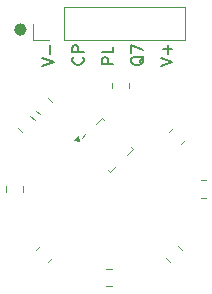
<source format=gbr>
%TF.GenerationSoftware,KiCad,Pcbnew,9.0.3-9.0.3-0~ubuntu22.04.1*%
%TF.CreationDate,2025-07-21T05:59:17-07:00*%
%TF.ProjectId,rotary-switch-shift,726f7461-7279-42d7-9377-697463682d73,rev?*%
%TF.SameCoordinates,Original*%
%TF.FileFunction,Legend,Top*%
%TF.FilePolarity,Positive*%
%FSLAX46Y46*%
G04 Gerber Fmt 4.6, Leading zero omitted, Abs format (unit mm)*
G04 Created by KiCad (PCBNEW 9.0.3-9.0.3-0~ubuntu22.04.1) date 2025-07-21 05:59:17*
%MOMM*%
%LPD*%
G01*
G04 APERTURE LIST*
%ADD10C,0.550000*%
%ADD11C,0.150000*%
%ADD12C,0.120000*%
G04 APERTURE END LIST*
D10*
X132775000Y-61500000D02*
G75*
G02*
X132225000Y-61500000I-275000J0D01*
G01*
X132225000Y-61500000D02*
G75*
G02*
X132775000Y-61500000I275000J0D01*
G01*
D11*
X140374819Y-64413220D02*
X139374819Y-64413220D01*
X139374819Y-64413220D02*
X139374819Y-64032268D01*
X139374819Y-64032268D02*
X139422438Y-63937030D01*
X139422438Y-63937030D02*
X139470057Y-63889411D01*
X139470057Y-63889411D02*
X139565295Y-63841792D01*
X139565295Y-63841792D02*
X139708152Y-63841792D01*
X139708152Y-63841792D02*
X139803390Y-63889411D01*
X139803390Y-63889411D02*
X139851009Y-63937030D01*
X139851009Y-63937030D02*
X139898628Y-64032268D01*
X139898628Y-64032268D02*
X139898628Y-64413220D01*
X140374819Y-62937030D02*
X140374819Y-63413220D01*
X140374819Y-63413220D02*
X139374819Y-63413220D01*
X134374819Y-64556077D02*
X135374819Y-64222744D01*
X135374819Y-64222744D02*
X134374819Y-63889411D01*
X134993866Y-63556077D02*
X134993866Y-62794173D01*
X137779580Y-63841792D02*
X137827200Y-63889411D01*
X137827200Y-63889411D02*
X137874819Y-64032268D01*
X137874819Y-64032268D02*
X137874819Y-64127506D01*
X137874819Y-64127506D02*
X137827200Y-64270363D01*
X137827200Y-64270363D02*
X137731961Y-64365601D01*
X137731961Y-64365601D02*
X137636723Y-64413220D01*
X137636723Y-64413220D02*
X137446247Y-64460839D01*
X137446247Y-64460839D02*
X137303390Y-64460839D01*
X137303390Y-64460839D02*
X137112914Y-64413220D01*
X137112914Y-64413220D02*
X137017676Y-64365601D01*
X137017676Y-64365601D02*
X136922438Y-64270363D01*
X136922438Y-64270363D02*
X136874819Y-64127506D01*
X136874819Y-64127506D02*
X136874819Y-64032268D01*
X136874819Y-64032268D02*
X136922438Y-63889411D01*
X136922438Y-63889411D02*
X136970057Y-63841792D01*
X137874819Y-63413220D02*
X136874819Y-63413220D01*
X136874819Y-63413220D02*
X136874819Y-63032268D01*
X136874819Y-63032268D02*
X136922438Y-62937030D01*
X136922438Y-62937030D02*
X136970057Y-62889411D01*
X136970057Y-62889411D02*
X137065295Y-62841792D01*
X137065295Y-62841792D02*
X137208152Y-62841792D01*
X137208152Y-62841792D02*
X137303390Y-62889411D01*
X137303390Y-62889411D02*
X137351009Y-62937030D01*
X137351009Y-62937030D02*
X137398628Y-63032268D01*
X137398628Y-63032268D02*
X137398628Y-63413220D01*
X142970057Y-63746554D02*
X142922438Y-63841792D01*
X142922438Y-63841792D02*
X142827200Y-63937030D01*
X142827200Y-63937030D02*
X142684342Y-64079887D01*
X142684342Y-64079887D02*
X142636723Y-64175125D01*
X142636723Y-64175125D02*
X142636723Y-64270363D01*
X142874819Y-64222744D02*
X142827200Y-64317982D01*
X142827200Y-64317982D02*
X142731961Y-64413220D01*
X142731961Y-64413220D02*
X142541485Y-64460839D01*
X142541485Y-64460839D02*
X142208152Y-64460839D01*
X142208152Y-64460839D02*
X142017676Y-64413220D01*
X142017676Y-64413220D02*
X141922438Y-64317982D01*
X141922438Y-64317982D02*
X141874819Y-64222744D01*
X141874819Y-64222744D02*
X141874819Y-64032268D01*
X141874819Y-64032268D02*
X141922438Y-63937030D01*
X141922438Y-63937030D02*
X142017676Y-63841792D01*
X142017676Y-63841792D02*
X142208152Y-63794173D01*
X142208152Y-63794173D02*
X142541485Y-63794173D01*
X142541485Y-63794173D02*
X142731961Y-63841792D01*
X142731961Y-63841792D02*
X142827200Y-63937030D01*
X142827200Y-63937030D02*
X142874819Y-64032268D01*
X142874819Y-64032268D02*
X142874819Y-64222744D01*
X141874819Y-63460839D02*
X141874819Y-62794173D01*
X141874819Y-62794173D02*
X142874819Y-63222744D01*
X144374819Y-64556077D02*
X145374819Y-64222744D01*
X145374819Y-64222744D02*
X144374819Y-63889411D01*
X144993866Y-63556077D02*
X144993866Y-62794173D01*
X145374819Y-63175125D02*
X144612914Y-63175125D01*
D12*
%TO.C,R2*%
X147772936Y-74265000D02*
X148227064Y-74265000D01*
X147772936Y-75735000D02*
X148227064Y-75735000D01*
%TO.C,U1*%
X137985769Y-70383794D02*
X137685248Y-70684315D01*
X138883794Y-69485769D02*
X139396447Y-68973116D01*
X139396447Y-68973116D02*
X139555546Y-69132215D01*
X140103553Y-73526884D02*
X139944454Y-73367785D01*
X140616206Y-73014231D02*
X140103553Y-73526884D01*
X141514231Y-72116206D02*
X142026884Y-71603553D01*
X142026884Y-71603553D02*
X141867785Y-71444454D01*
X137473116Y-70896447D02*
X137070065Y-70832807D01*
X137409477Y-70493396D01*
X137473116Y-70896447D01*
G36*
X137473116Y-70896447D02*
G01*
X137070065Y-70832807D01*
X137409477Y-70493396D01*
X137473116Y-70896447D01*
G37*
%TO.C,R5*%
X134140835Y-68680282D02*
X133819718Y-68359165D01*
X135180282Y-67640835D02*
X134859165Y-67319718D01*
%TO.C,R1*%
X144819718Y-80859165D02*
X145140835Y-81180282D01*
X145859165Y-79819718D02*
X146180282Y-80140835D01*
%TO.C,R7*%
X134140835Y-79819718D02*
X133819718Y-80140835D01*
X135180282Y-80859165D02*
X134859165Y-81180282D01*
%TO.C,R6*%
X131265000Y-74772936D02*
X131265000Y-75227064D01*
X132735000Y-74772936D02*
X132735000Y-75227064D01*
%TO.C,R3*%
X145069718Y-70140835D02*
X145390835Y-69819718D01*
X146109165Y-71180282D02*
X146430282Y-70859165D01*
%TO.C,R4*%
X140265000Y-66477064D02*
X140265000Y-66022936D01*
X141735000Y-66477064D02*
X141735000Y-66022936D01*
%TO.C,J1*%
X133540000Y-62380000D02*
X133540000Y-61000000D01*
X134920000Y-62380000D02*
X133540000Y-62380000D01*
X136190000Y-59620000D02*
X146460000Y-59620000D01*
X136190000Y-62380000D02*
X136190000Y-59620000D01*
X136190000Y-62380000D02*
X146460000Y-62380000D01*
X146460000Y-62380000D02*
X146460000Y-59620000D01*
%TO.C,C1*%
X132295543Y-69834990D02*
X132665010Y-70204457D01*
X133334990Y-68795543D02*
X133704457Y-69165010D01*
%TO.C,R8*%
X139772936Y-81765000D02*
X140227064Y-81765000D01*
X139772936Y-83235000D02*
X140227064Y-83235000D01*
%TD*%
%LPC*%
G36*
X139415938Y-81769650D02*
G01*
X139424871Y-81773594D01*
X139431300Y-81774531D01*
X139471498Y-81794182D01*
X139512759Y-81812401D01*
X139516578Y-81816220D01*
X139516829Y-81816343D01*
X139583656Y-81883170D01*
X139583778Y-81883420D01*
X139587599Y-81887241D01*
X139605822Y-81928512D01*
X139625468Y-81968699D01*
X139626404Y-81975126D01*
X139630350Y-81984062D01*
X139638000Y-82050000D01*
X139638000Y-82950000D01*
X139630350Y-83015938D01*
X139626404Y-83024874D01*
X139625468Y-83031300D01*
X139605826Y-83071477D01*
X139587599Y-83112759D01*
X139583777Y-83116580D01*
X139583656Y-83116829D01*
X139516829Y-83183656D01*
X139516580Y-83183777D01*
X139512759Y-83187599D01*
X139471477Y-83205826D01*
X139431300Y-83225468D01*
X139424874Y-83226404D01*
X139415938Y-83230350D01*
X139350000Y-83238000D01*
X138825000Y-83238000D01*
X138759062Y-83230350D01*
X138750126Y-83226404D01*
X138743699Y-83225468D01*
X138703512Y-83205822D01*
X138662241Y-83187599D01*
X138658420Y-83183778D01*
X138658170Y-83183656D01*
X138591343Y-83116829D01*
X138591220Y-83116578D01*
X138587401Y-83112759D01*
X138569182Y-83071498D01*
X138549531Y-83031300D01*
X138548594Y-83024871D01*
X138544650Y-83015938D01*
X138537000Y-82950000D01*
X138537000Y-82050000D01*
X138544650Y-81984062D01*
X138548594Y-81975129D01*
X138549531Y-81968699D01*
X138569186Y-81928491D01*
X138587401Y-81887241D01*
X138591219Y-81883422D01*
X138591343Y-81883170D01*
X138658170Y-81816343D01*
X138658422Y-81816219D01*
X138662241Y-81812401D01*
X138703491Y-81794186D01*
X138743699Y-81774531D01*
X138750129Y-81773594D01*
X138759062Y-81769650D01*
X138825000Y-81762000D01*
X139350000Y-81762000D01*
X139415938Y-81769650D01*
G37*
G36*
X141240938Y-81769650D02*
G01*
X141249871Y-81773594D01*
X141256300Y-81774531D01*
X141296498Y-81794182D01*
X141337759Y-81812401D01*
X141341578Y-81816220D01*
X141341829Y-81816343D01*
X141408656Y-81883170D01*
X141408778Y-81883420D01*
X141412599Y-81887241D01*
X141430822Y-81928512D01*
X141450468Y-81968699D01*
X141451404Y-81975126D01*
X141455350Y-81984062D01*
X141463000Y-82050000D01*
X141463000Y-82950000D01*
X141455350Y-83015938D01*
X141451404Y-83024874D01*
X141450468Y-83031300D01*
X141430826Y-83071477D01*
X141412599Y-83112759D01*
X141408777Y-83116580D01*
X141408656Y-83116829D01*
X141341829Y-83183656D01*
X141341580Y-83183777D01*
X141337759Y-83187599D01*
X141296477Y-83205826D01*
X141256300Y-83225468D01*
X141249874Y-83226404D01*
X141240938Y-83230350D01*
X141175000Y-83238000D01*
X140650000Y-83238000D01*
X140584062Y-83230350D01*
X140575126Y-83226404D01*
X140568699Y-83225468D01*
X140528512Y-83205822D01*
X140487241Y-83187599D01*
X140483420Y-83183778D01*
X140483170Y-83183656D01*
X140416343Y-83116829D01*
X140416220Y-83116578D01*
X140412401Y-83112759D01*
X140394182Y-83071498D01*
X140374531Y-83031300D01*
X140373594Y-83024871D01*
X140369650Y-83015938D01*
X140362000Y-82950000D01*
X140362000Y-82050000D01*
X140369650Y-81984062D01*
X140373594Y-81975129D01*
X140374531Y-81968699D01*
X140394186Y-81928491D01*
X140412401Y-81887241D01*
X140416219Y-81883422D01*
X140416343Y-81883170D01*
X140483170Y-81816343D01*
X140483422Y-81816219D01*
X140487241Y-81812401D01*
X140528491Y-81794186D01*
X140568699Y-81774531D01*
X140575129Y-81773594D01*
X140584062Y-81769650D01*
X140650000Y-81762000D01*
X141175000Y-81762000D01*
X141240938Y-81769650D01*
G37*
G36*
X137181792Y-81589120D02*
G01*
X137333563Y-81651986D01*
X137470155Y-81743253D01*
X137586316Y-81859414D01*
X137677583Y-81996006D01*
X137740449Y-82147777D01*
X137772498Y-82308898D01*
X137772498Y-82473174D01*
X137740449Y-82634295D01*
X137677583Y-82786066D01*
X137586316Y-82922658D01*
X137470155Y-83038819D01*
X137333563Y-83130086D01*
X137181792Y-83192952D01*
X137020671Y-83225001D01*
X136856395Y-83225001D01*
X136695274Y-83192952D01*
X136543503Y-83130086D01*
X136406911Y-83038819D01*
X136290750Y-82922658D01*
X136199483Y-82786066D01*
X136136617Y-82634295D01*
X136104568Y-82473174D01*
X136104568Y-82308898D01*
X136136617Y-82147777D01*
X136199483Y-81996006D01*
X136290750Y-81859414D01*
X136406911Y-81743253D01*
X136543503Y-81651986D01*
X136695274Y-81589120D01*
X136856395Y-81557071D01*
X137020671Y-81557071D01*
X137181792Y-81589120D01*
G37*
G36*
X143304726Y-81589120D02*
G01*
X143456497Y-81651986D01*
X143593089Y-81743253D01*
X143709250Y-81859414D01*
X143800517Y-81996006D01*
X143863383Y-82147777D01*
X143895432Y-82308898D01*
X143895432Y-82473174D01*
X143863383Y-82634295D01*
X143800517Y-82786066D01*
X143709250Y-82922658D01*
X143593089Y-83038819D01*
X143456497Y-83130086D01*
X143304726Y-83192952D01*
X143143605Y-83225001D01*
X142979329Y-83225001D01*
X142818208Y-83192952D01*
X142666437Y-83130086D01*
X142529845Y-83038819D01*
X142413684Y-82922658D01*
X142322417Y-82786066D01*
X142259551Y-82634295D01*
X142227502Y-82473174D01*
X142227502Y-82308898D01*
X142259551Y-82147777D01*
X142322417Y-81996006D01*
X142413684Y-81859414D01*
X142529845Y-81743253D01*
X142666437Y-81651986D01*
X142818208Y-81589120D01*
X142979329Y-81557071D01*
X143143605Y-81557071D01*
X143304726Y-81589120D01*
G37*
G36*
X133769703Y-80358326D02*
G01*
X133775102Y-80358326D01*
X133817132Y-80374608D01*
X133859477Y-80389145D01*
X133864688Y-80393031D01*
X133873795Y-80396559D01*
X133925829Y-80437775D01*
X134091495Y-80603441D01*
X134558894Y-81070839D01*
X134558896Y-81070842D01*
X134562225Y-81074171D01*
X134603441Y-81126205D01*
X134606968Y-81135310D01*
X134610853Y-81140520D01*
X134625388Y-81182859D01*
X134641674Y-81224898D01*
X134641674Y-81230295D01*
X134641765Y-81230561D01*
X134641765Y-81325073D01*
X134641674Y-81325338D01*
X134641674Y-81330737D01*
X134625385Y-81372782D01*
X134610853Y-81415114D01*
X134606969Y-81420322D01*
X134603441Y-81429430D01*
X134562225Y-81481464D01*
X134454569Y-81589120D01*
X134194327Y-81849363D01*
X134194323Y-81849365D01*
X134190994Y-81852695D01*
X134138960Y-81893911D01*
X134129852Y-81897439D01*
X134124644Y-81901323D01*
X134082312Y-81915855D01*
X134040267Y-81932144D01*
X134034868Y-81932144D01*
X134034603Y-81932235D01*
X133940092Y-81932235D01*
X133939827Y-81932144D01*
X133934428Y-81932144D01*
X133892389Y-81915858D01*
X133850052Y-81901324D01*
X133844842Y-81897439D01*
X133835735Y-81893911D01*
X133783701Y-81852695D01*
X133346120Y-81415114D01*
X133150635Y-81219630D01*
X133150632Y-81219626D01*
X133147305Y-81216299D01*
X133106089Y-81164265D01*
X133102561Y-81155160D01*
X133098676Y-81149949D01*
X133084139Y-81107605D01*
X133067856Y-81065572D01*
X133067856Y-81060173D01*
X133067765Y-81059908D01*
X133067765Y-80965396D01*
X133067856Y-80965130D01*
X133067856Y-80959733D01*
X133084136Y-80917706D01*
X133098676Y-80875355D01*
X133102562Y-80870142D01*
X133106089Y-80861040D01*
X133147305Y-80809006D01*
X133150634Y-80805676D01*
X133150637Y-80805673D01*
X133515202Y-80441106D01*
X133515213Y-80441097D01*
X133518536Y-80437775D01*
X133570570Y-80396559D01*
X133579672Y-80393032D01*
X133584885Y-80389146D01*
X133627233Y-80374608D01*
X133669263Y-80358326D01*
X133674662Y-80358326D01*
X133674927Y-80358235D01*
X133769438Y-80358235D01*
X133769703Y-80358326D01*
G37*
G36*
X146325338Y-80358326D02*
G01*
X146330737Y-80358326D01*
X146372770Y-80374609D01*
X146415114Y-80389146D01*
X146420325Y-80393031D01*
X146429430Y-80396559D01*
X146481464Y-80437775D01*
X146484795Y-80441106D01*
X146484796Y-80441107D01*
X146849363Y-80805672D01*
X146849368Y-80805679D01*
X146852695Y-80809006D01*
X146893911Y-80861040D01*
X146897438Y-80870145D01*
X146901323Y-80875355D01*
X146915858Y-80917694D01*
X146932144Y-80959733D01*
X146932144Y-80965130D01*
X146932235Y-80965396D01*
X146932235Y-81059908D01*
X146932144Y-81060173D01*
X146932144Y-81065572D01*
X146915857Y-81107614D01*
X146901324Y-81149947D01*
X146897439Y-81155155D01*
X146893911Y-81164265D01*
X146852695Y-81216299D01*
X146216299Y-81852695D01*
X146164265Y-81893911D01*
X146155157Y-81897439D01*
X146149949Y-81901323D01*
X146107617Y-81915855D01*
X146065572Y-81932144D01*
X146060173Y-81932144D01*
X146059908Y-81932235D01*
X145965397Y-81932235D01*
X145965132Y-81932144D01*
X145959733Y-81932144D01*
X145917691Y-81915857D01*
X145875355Y-81901323D01*
X145870145Y-81897438D01*
X145861040Y-81893911D01*
X145809006Y-81852695D01*
X145718311Y-81762000D01*
X145441106Y-81484797D01*
X145441100Y-81484789D01*
X145437775Y-81481464D01*
X145396559Y-81429430D01*
X145393031Y-81420325D01*
X145389146Y-81415114D01*
X145374609Y-81372770D01*
X145358326Y-81330737D01*
X145358326Y-81325338D01*
X145358235Y-81325073D01*
X145358235Y-81230561D01*
X145358326Y-81230295D01*
X145358326Y-81224898D01*
X145374605Y-81182875D01*
X145389145Y-81140522D01*
X145393031Y-81135309D01*
X145396559Y-81126205D01*
X145437775Y-81074171D01*
X145552213Y-80959733D01*
X146070839Y-80441105D01*
X146070846Y-80441099D01*
X146074171Y-80437775D01*
X146126205Y-80396559D01*
X146135307Y-80393032D01*
X146140520Y-80389146D01*
X146182868Y-80374608D01*
X146224898Y-80358326D01*
X146230297Y-80358326D01*
X146230562Y-80358235D01*
X146325073Y-80358235D01*
X146325338Y-80358326D01*
G37*
G36*
X135060173Y-79067856D02*
G01*
X135065572Y-79067856D01*
X135107602Y-79084138D01*
X135149947Y-79098675D01*
X135155158Y-79102561D01*
X135164265Y-79106089D01*
X135216299Y-79147305D01*
X135534498Y-79465504D01*
X135849364Y-79780369D01*
X135849366Y-79780372D01*
X135852695Y-79783701D01*
X135893911Y-79835735D01*
X135897438Y-79844840D01*
X135901323Y-79850050D01*
X135915858Y-79892389D01*
X135932144Y-79934428D01*
X135932144Y-79939825D01*
X135932235Y-79940091D01*
X135932235Y-80034603D01*
X135932144Y-80034868D01*
X135932144Y-80040267D01*
X135915855Y-80082312D01*
X135901323Y-80124644D01*
X135897439Y-80129852D01*
X135893911Y-80138960D01*
X135852695Y-80190994D01*
X135685454Y-80358235D01*
X135484797Y-80558893D01*
X135484793Y-80558895D01*
X135481464Y-80562225D01*
X135429430Y-80603441D01*
X135420322Y-80606969D01*
X135415114Y-80610853D01*
X135372782Y-80625385D01*
X135330737Y-80641674D01*
X135325338Y-80641674D01*
X135325073Y-80641765D01*
X135230562Y-80641765D01*
X135230297Y-80641674D01*
X135224898Y-80641674D01*
X135182859Y-80625388D01*
X135140522Y-80610854D01*
X135135312Y-80606969D01*
X135126205Y-80603441D01*
X135074171Y-80562225D01*
X134636590Y-80124644D01*
X134441105Y-79929160D01*
X134441102Y-79929156D01*
X134437775Y-79925829D01*
X134396559Y-79873795D01*
X134393031Y-79864690D01*
X134389146Y-79859479D01*
X134374609Y-79817135D01*
X134358326Y-79775102D01*
X134358326Y-79769703D01*
X134358235Y-79769438D01*
X134358235Y-79674926D01*
X134358326Y-79674660D01*
X134358326Y-79669263D01*
X134374606Y-79627236D01*
X134389146Y-79584885D01*
X134393032Y-79579672D01*
X134396559Y-79570570D01*
X134437775Y-79518536D01*
X134441104Y-79515206D01*
X134441107Y-79515203D01*
X134805672Y-79150636D01*
X134805683Y-79150627D01*
X134809006Y-79147305D01*
X134861040Y-79106089D01*
X134870142Y-79102562D01*
X134875355Y-79098676D01*
X134917703Y-79084138D01*
X134959733Y-79067856D01*
X134965132Y-79067856D01*
X134965397Y-79067765D01*
X135059908Y-79067765D01*
X135060173Y-79067856D01*
G37*
G36*
X145034868Y-79067856D02*
G01*
X145040267Y-79067856D01*
X145082300Y-79084139D01*
X145124644Y-79098676D01*
X145129855Y-79102561D01*
X145138960Y-79106089D01*
X145190994Y-79147305D01*
X145194325Y-79150636D01*
X145194326Y-79150637D01*
X145558893Y-79515202D01*
X145558898Y-79515209D01*
X145562225Y-79518536D01*
X145603441Y-79570570D01*
X145606968Y-79579675D01*
X145610853Y-79584885D01*
X145625388Y-79627224D01*
X145641674Y-79669263D01*
X145641674Y-79674660D01*
X145641765Y-79674926D01*
X145641765Y-79769438D01*
X145641674Y-79769703D01*
X145641674Y-79775102D01*
X145625387Y-79817144D01*
X145610854Y-79859477D01*
X145606969Y-79864685D01*
X145603441Y-79873795D01*
X145562225Y-79925829D01*
X144925829Y-80562225D01*
X144873795Y-80603441D01*
X144864687Y-80606969D01*
X144859479Y-80610853D01*
X144817147Y-80625385D01*
X144775102Y-80641674D01*
X144769703Y-80641674D01*
X144769438Y-80641765D01*
X144674927Y-80641765D01*
X144674662Y-80641674D01*
X144669263Y-80641674D01*
X144627221Y-80625387D01*
X144584885Y-80610853D01*
X144579675Y-80606968D01*
X144570570Y-80603441D01*
X144518536Y-80562225D01*
X144515200Y-80558889D01*
X144150636Y-80194327D01*
X144150630Y-80194319D01*
X144147305Y-80190994D01*
X144106089Y-80138960D01*
X144102561Y-80129855D01*
X144098676Y-80124644D01*
X144084139Y-80082300D01*
X144067856Y-80040267D01*
X144067856Y-80034868D01*
X144067765Y-80034603D01*
X144067765Y-79940091D01*
X144067856Y-79939825D01*
X144067856Y-79934428D01*
X144084135Y-79892405D01*
X144098675Y-79850052D01*
X144102561Y-79844839D01*
X144106089Y-79835735D01*
X144147305Y-79783701D01*
X144261743Y-79669263D01*
X144780369Y-79150635D01*
X144780376Y-79150629D01*
X144783701Y-79147305D01*
X144835735Y-79106089D01*
X144844837Y-79102562D01*
X144850050Y-79098676D01*
X144892398Y-79084138D01*
X144934428Y-79067856D01*
X144939827Y-79067856D01*
X144940092Y-79067765D01*
X145034603Y-79067765D01*
X145034868Y-79067856D01*
G37*
G36*
X132852223Y-77259551D02*
G01*
X133003994Y-77322417D01*
X133140586Y-77413684D01*
X133256747Y-77529845D01*
X133348014Y-77666437D01*
X133410880Y-77818208D01*
X133442929Y-77979329D01*
X133442929Y-78143605D01*
X133410880Y-78304726D01*
X133348014Y-78456497D01*
X133256747Y-78593089D01*
X133140586Y-78709250D01*
X133003994Y-78800517D01*
X132852223Y-78863383D01*
X132691102Y-78895432D01*
X132526826Y-78895432D01*
X132365705Y-78863383D01*
X132213934Y-78800517D01*
X132077342Y-78709250D01*
X131961181Y-78593089D01*
X131869914Y-78456497D01*
X131807048Y-78304726D01*
X131774999Y-78143605D01*
X131774999Y-77979329D01*
X131807048Y-77818208D01*
X131869914Y-77666437D01*
X131961181Y-77529845D01*
X132077342Y-77413684D01*
X132213934Y-77322417D01*
X132365705Y-77259551D01*
X132526826Y-77227502D01*
X132691102Y-77227502D01*
X132852223Y-77259551D01*
G37*
G36*
X147634295Y-77259551D02*
G01*
X147786066Y-77322417D01*
X147922658Y-77413684D01*
X148038819Y-77529845D01*
X148130086Y-77666437D01*
X148192952Y-77818208D01*
X148225001Y-77979329D01*
X148225001Y-78143605D01*
X148192952Y-78304726D01*
X148130086Y-78456497D01*
X148038819Y-78593089D01*
X147922658Y-78709250D01*
X147786066Y-78800517D01*
X147634295Y-78863383D01*
X147473174Y-78895432D01*
X147308898Y-78895432D01*
X147147777Y-78863383D01*
X146996006Y-78800517D01*
X146859414Y-78709250D01*
X146743253Y-78593089D01*
X146651986Y-78456497D01*
X146589120Y-78304726D01*
X146557071Y-78143605D01*
X146557071Y-77979329D01*
X146589120Y-77818208D01*
X146651986Y-77666437D01*
X146743253Y-77529845D01*
X146859414Y-77413684D01*
X146996006Y-77322417D01*
X147147777Y-77259551D01*
X147308898Y-77227502D01*
X147473174Y-77227502D01*
X147634295Y-77259551D01*
G37*
G36*
X132515938Y-75369650D02*
G01*
X132524871Y-75373594D01*
X132531300Y-75374531D01*
X132571498Y-75394182D01*
X132612759Y-75412401D01*
X132616578Y-75416220D01*
X132616829Y-75416343D01*
X132683656Y-75483170D01*
X132683778Y-75483420D01*
X132687599Y-75487241D01*
X132705822Y-75528512D01*
X132725468Y-75568699D01*
X132726404Y-75575126D01*
X132730350Y-75584062D01*
X132738000Y-75650000D01*
X132738000Y-76175000D01*
X132730350Y-76240938D01*
X132726404Y-76249874D01*
X132725468Y-76256300D01*
X132705826Y-76296477D01*
X132687599Y-76337759D01*
X132683777Y-76341580D01*
X132683656Y-76341829D01*
X132616829Y-76408656D01*
X132616580Y-76408777D01*
X132612759Y-76412599D01*
X132571477Y-76430826D01*
X132531300Y-76450468D01*
X132524874Y-76451404D01*
X132515938Y-76455350D01*
X132450000Y-76463000D01*
X131550000Y-76463000D01*
X131484062Y-76455350D01*
X131475126Y-76451404D01*
X131468699Y-76450468D01*
X131428512Y-76430822D01*
X131387241Y-76412599D01*
X131383420Y-76408778D01*
X131383170Y-76408656D01*
X131316343Y-76341829D01*
X131316220Y-76341578D01*
X131312401Y-76337759D01*
X131294182Y-76296498D01*
X131274531Y-76256300D01*
X131273594Y-76249871D01*
X131269650Y-76240938D01*
X131262000Y-76175000D01*
X131262000Y-75650000D01*
X131269650Y-75584062D01*
X131273594Y-75575129D01*
X131274531Y-75568699D01*
X131294186Y-75528491D01*
X131312401Y-75487241D01*
X131316219Y-75483422D01*
X131316343Y-75483170D01*
X131383170Y-75416343D01*
X131383422Y-75416219D01*
X131387241Y-75412401D01*
X131428491Y-75394186D01*
X131468699Y-75374531D01*
X131475129Y-75373594D01*
X131484062Y-75369650D01*
X131550000Y-75362000D01*
X132450000Y-75362000D01*
X132515938Y-75369650D01*
G37*
G36*
X137493259Y-74198084D02*
G01*
X137645030Y-74260950D01*
X137781622Y-74352217D01*
X137897783Y-74468378D01*
X137989050Y-74604970D01*
X138051916Y-74756741D01*
X138083965Y-74917862D01*
X138083965Y-75082138D01*
X138051916Y-75243259D01*
X137989050Y-75395030D01*
X137897783Y-75531622D01*
X137781622Y-75647783D01*
X137645030Y-75739050D01*
X137493259Y-75801916D01*
X137332138Y-75833965D01*
X137167862Y-75833965D01*
X137006741Y-75801916D01*
X136854970Y-75739050D01*
X136718378Y-75647783D01*
X136602217Y-75531622D01*
X136510950Y-75395030D01*
X136448084Y-75243259D01*
X136416035Y-75082138D01*
X136416035Y-74917862D01*
X136448084Y-74756741D01*
X136510950Y-74604970D01*
X136602217Y-74468378D01*
X136718378Y-74352217D01*
X136854970Y-74260950D01*
X137006741Y-74198084D01*
X137167862Y-74166035D01*
X137332138Y-74166035D01*
X137493259Y-74198084D01*
G37*
G36*
X140243259Y-74198084D02*
G01*
X140395030Y-74260950D01*
X140531622Y-74352217D01*
X140647783Y-74468378D01*
X140739050Y-74604970D01*
X140801916Y-74756741D01*
X140833965Y-74917862D01*
X140833965Y-75082138D01*
X140801916Y-75243259D01*
X140739050Y-75395030D01*
X140647783Y-75531622D01*
X140531622Y-75647783D01*
X140395030Y-75739050D01*
X140243259Y-75801916D01*
X140082138Y-75833965D01*
X139917862Y-75833965D01*
X139756741Y-75801916D01*
X139604970Y-75739050D01*
X139468378Y-75647783D01*
X139352217Y-75531622D01*
X139260950Y-75395030D01*
X139198084Y-75243259D01*
X139166035Y-75082138D01*
X139166035Y-74917862D01*
X139198084Y-74756741D01*
X139260950Y-74604970D01*
X139352217Y-74468378D01*
X139468378Y-74352217D01*
X139604970Y-74260950D01*
X139756741Y-74198084D01*
X139917862Y-74166035D01*
X140082138Y-74166035D01*
X140243259Y-74198084D01*
G37*
G36*
X142993259Y-74198084D02*
G01*
X143145030Y-74260950D01*
X143281622Y-74352217D01*
X143397783Y-74468378D01*
X143489050Y-74604970D01*
X143551916Y-74756741D01*
X143583965Y-74917862D01*
X143583965Y-75082138D01*
X143551916Y-75243259D01*
X143489050Y-75395030D01*
X143397783Y-75531622D01*
X143281622Y-75647783D01*
X143145030Y-75739050D01*
X142993259Y-75801916D01*
X142832138Y-75833965D01*
X142667862Y-75833965D01*
X142506741Y-75801916D01*
X142354970Y-75739050D01*
X142218378Y-75647783D01*
X142102217Y-75531622D01*
X142010950Y-75395030D01*
X141948084Y-75243259D01*
X141916035Y-75082138D01*
X141916035Y-74917862D01*
X141948084Y-74756741D01*
X142010950Y-74604970D01*
X142102217Y-74468378D01*
X142218378Y-74352217D01*
X142354970Y-74260950D01*
X142506741Y-74198084D01*
X142667862Y-74166035D01*
X142832138Y-74166035D01*
X142993259Y-74198084D01*
G37*
G36*
X147415938Y-74269650D02*
G01*
X147424871Y-74273594D01*
X147431300Y-74274531D01*
X147471498Y-74294182D01*
X147512759Y-74312401D01*
X147516578Y-74316220D01*
X147516829Y-74316343D01*
X147583656Y-74383170D01*
X147583778Y-74383420D01*
X147587599Y-74387241D01*
X147605822Y-74428512D01*
X147625468Y-74468699D01*
X147626404Y-74475126D01*
X147630350Y-74484062D01*
X147638000Y-74550000D01*
X147638000Y-75450000D01*
X147630350Y-75515938D01*
X147626404Y-75524874D01*
X147625468Y-75531300D01*
X147605826Y-75571477D01*
X147587599Y-75612759D01*
X147583777Y-75616580D01*
X147583656Y-75616829D01*
X147516829Y-75683656D01*
X147516580Y-75683777D01*
X147512759Y-75687599D01*
X147471477Y-75705826D01*
X147431300Y-75725468D01*
X147424874Y-75726404D01*
X147415938Y-75730350D01*
X147350000Y-75738000D01*
X146825000Y-75738000D01*
X146759062Y-75730350D01*
X146750126Y-75726404D01*
X146743699Y-75725468D01*
X146703512Y-75705822D01*
X146662241Y-75687599D01*
X146658420Y-75683778D01*
X146658170Y-75683656D01*
X146591343Y-75616829D01*
X146591220Y-75616578D01*
X146587401Y-75612759D01*
X146569182Y-75571498D01*
X146549531Y-75531300D01*
X146548594Y-75524871D01*
X146544650Y-75515938D01*
X146537000Y-75450000D01*
X146537000Y-74550000D01*
X146544650Y-74484062D01*
X146548594Y-74475129D01*
X146549531Y-74468699D01*
X146569186Y-74428491D01*
X146587401Y-74387241D01*
X146591219Y-74383422D01*
X146591343Y-74383170D01*
X146658170Y-74316343D01*
X146658422Y-74316219D01*
X146662241Y-74312401D01*
X146703491Y-74294186D01*
X146743699Y-74274531D01*
X146750129Y-74273594D01*
X146759062Y-74269650D01*
X146825000Y-74262000D01*
X147350000Y-74262000D01*
X147415938Y-74269650D01*
G37*
G36*
X149240938Y-74269650D02*
G01*
X149249871Y-74273594D01*
X149256300Y-74274531D01*
X149296498Y-74294182D01*
X149337759Y-74312401D01*
X149341578Y-74316220D01*
X149341829Y-74316343D01*
X149408656Y-74383170D01*
X149408778Y-74383420D01*
X149412599Y-74387241D01*
X149430822Y-74428512D01*
X149450468Y-74468699D01*
X149451404Y-74475126D01*
X149455350Y-74484062D01*
X149463000Y-74550000D01*
X149463000Y-75450000D01*
X149455350Y-75515938D01*
X149451404Y-75524874D01*
X149450468Y-75531300D01*
X149430826Y-75571477D01*
X149412599Y-75612759D01*
X149408777Y-75616580D01*
X149408656Y-75616829D01*
X149341829Y-75683656D01*
X149341580Y-75683777D01*
X149337759Y-75687599D01*
X149296477Y-75705826D01*
X149256300Y-75725468D01*
X149249874Y-75726404D01*
X149240938Y-75730350D01*
X149175000Y-75738000D01*
X148650000Y-75738000D01*
X148584062Y-75730350D01*
X148575126Y-75726404D01*
X148568699Y-75725468D01*
X148528512Y-75705822D01*
X148487241Y-75687599D01*
X148483420Y-75683778D01*
X148483170Y-75683656D01*
X148416343Y-75616829D01*
X148416220Y-75616578D01*
X148412401Y-75612759D01*
X148394182Y-75571498D01*
X148374531Y-75531300D01*
X148373594Y-75524871D01*
X148369650Y-75515938D01*
X148362000Y-75450000D01*
X148362000Y-74550000D01*
X148369650Y-74484062D01*
X148373594Y-74475129D01*
X148374531Y-74468699D01*
X148394186Y-74428491D01*
X148412401Y-74387241D01*
X148416219Y-74383422D01*
X148416343Y-74383170D01*
X148483170Y-74316343D01*
X148483422Y-74316219D01*
X148487241Y-74312401D01*
X148528491Y-74294186D01*
X148568699Y-74274531D01*
X148575129Y-74273594D01*
X148584062Y-74269650D01*
X148650000Y-74262000D01*
X149175000Y-74262000D01*
X149240938Y-74269650D01*
G37*
G36*
X132515938Y-73544650D02*
G01*
X132524871Y-73548594D01*
X132531300Y-73549531D01*
X132571498Y-73569182D01*
X132612759Y-73587401D01*
X132616578Y-73591220D01*
X132616829Y-73591343D01*
X132683656Y-73658170D01*
X132683778Y-73658420D01*
X132687599Y-73662241D01*
X132705822Y-73703512D01*
X132725468Y-73743699D01*
X132726404Y-73750126D01*
X132730350Y-73759062D01*
X132738000Y-73825000D01*
X132738000Y-74350000D01*
X132730350Y-74415938D01*
X132726404Y-74424874D01*
X132725468Y-74431300D01*
X132705826Y-74471477D01*
X132687599Y-74512759D01*
X132683777Y-74516580D01*
X132683656Y-74516829D01*
X132616829Y-74583656D01*
X132616580Y-74583777D01*
X132612759Y-74587599D01*
X132571477Y-74605826D01*
X132531300Y-74625468D01*
X132524874Y-74626404D01*
X132515938Y-74630350D01*
X132450000Y-74638000D01*
X131550000Y-74638000D01*
X131484062Y-74630350D01*
X131475126Y-74626404D01*
X131468699Y-74625468D01*
X131428512Y-74605822D01*
X131387241Y-74587599D01*
X131383420Y-74583778D01*
X131383170Y-74583656D01*
X131316343Y-74516829D01*
X131316220Y-74516578D01*
X131312401Y-74512759D01*
X131294182Y-74471498D01*
X131274531Y-74431300D01*
X131273594Y-74424871D01*
X131269650Y-74415938D01*
X131262000Y-74350000D01*
X131262000Y-73825000D01*
X131269650Y-73759062D01*
X131273594Y-73750129D01*
X131274531Y-73743699D01*
X131294186Y-73703491D01*
X131312401Y-73662241D01*
X131316219Y-73658422D01*
X131316343Y-73658170D01*
X131383170Y-73591343D01*
X131383422Y-73591219D01*
X131387241Y-73587401D01*
X131428491Y-73569186D01*
X131468699Y-73549531D01*
X131475129Y-73548594D01*
X131484062Y-73544650D01*
X131550000Y-73537000D01*
X132450000Y-73537000D01*
X132515938Y-73544650D01*
G37*
G36*
X140035947Y-72589041D02*
G01*
X140068551Y-72610827D01*
X140073078Y-72615354D01*
X140152410Y-72694685D01*
X140152412Y-72694688D01*
X140156940Y-72699216D01*
X140178726Y-72731820D01*
X140186375Y-72770280D01*
X140178726Y-72808739D01*
X140156940Y-72841344D01*
X139661965Y-73336319D01*
X139629360Y-73358105D01*
X139590901Y-73365754D01*
X139552441Y-73358105D01*
X139519837Y-73336319D01*
X139515307Y-73331789D01*
X139435977Y-73252460D01*
X139435974Y-73252456D01*
X139431448Y-73247930D01*
X139409662Y-73215326D01*
X139402013Y-73176866D01*
X139409662Y-73138407D01*
X139431448Y-73105802D01*
X139675967Y-72861283D01*
X139921893Y-72615356D01*
X139921896Y-72615353D01*
X139926423Y-72610827D01*
X139959028Y-72589041D01*
X139997487Y-72581392D01*
X140035947Y-72589041D01*
G37*
G36*
X139682394Y-72235487D02*
G01*
X139714998Y-72257273D01*
X139719525Y-72261800D01*
X139798857Y-72341131D01*
X139798859Y-72341134D01*
X139803387Y-72345662D01*
X139825173Y-72378266D01*
X139832822Y-72416726D01*
X139825173Y-72455185D01*
X139803387Y-72487790D01*
X139308412Y-72982765D01*
X139275807Y-73004551D01*
X139237348Y-73012200D01*
X139198888Y-73004551D01*
X139166284Y-72982765D01*
X139161754Y-72978235D01*
X139082424Y-72898906D01*
X139082421Y-72898902D01*
X139077895Y-72894376D01*
X139056109Y-72861772D01*
X139048460Y-72823312D01*
X139056109Y-72784853D01*
X139077895Y-72752248D01*
X139322413Y-72507730D01*
X139568340Y-72261802D01*
X139568343Y-72261799D01*
X139572870Y-72257273D01*
X139605475Y-72235487D01*
X139643934Y-72227838D01*
X139682394Y-72235487D01*
G37*
G36*
X140601632Y-72235487D02*
G01*
X140634237Y-72257273D01*
X141129212Y-72752248D01*
X141150998Y-72784853D01*
X141158647Y-72823312D01*
X141150998Y-72861772D01*
X141129212Y-72894376D01*
X141040823Y-72982765D01*
X141008219Y-73004551D01*
X140969759Y-73012200D01*
X140931300Y-73004551D01*
X140898695Y-72982765D01*
X140403720Y-72487790D01*
X140381934Y-72455185D01*
X140374285Y-72416726D01*
X140381934Y-72378266D01*
X140403720Y-72345662D01*
X140408244Y-72341137D01*
X140408247Y-72341134D01*
X140487578Y-72261802D01*
X140487584Y-72261797D01*
X140492109Y-72257273D01*
X140524713Y-72235487D01*
X140563173Y-72227838D01*
X140601632Y-72235487D01*
G37*
G36*
X132852223Y-71136617D02*
G01*
X133003994Y-71199483D01*
X133140586Y-71290750D01*
X133256747Y-71406911D01*
X133348014Y-71543503D01*
X133410880Y-71695274D01*
X133442929Y-71856395D01*
X133442929Y-72020671D01*
X133410880Y-72181792D01*
X133348014Y-72333563D01*
X133256747Y-72470155D01*
X133140586Y-72586316D01*
X133003994Y-72677583D01*
X132852223Y-72740449D01*
X132691102Y-72772498D01*
X132526826Y-72772498D01*
X132365705Y-72740449D01*
X132213934Y-72677583D01*
X132077342Y-72586316D01*
X131961181Y-72470155D01*
X131869914Y-72333563D01*
X131807048Y-72181792D01*
X131774999Y-72020671D01*
X131774999Y-71856395D01*
X131807048Y-71695274D01*
X131869914Y-71543503D01*
X131961181Y-71406911D01*
X132077342Y-71290750D01*
X132213934Y-71199483D01*
X132365705Y-71136617D01*
X132526826Y-71104568D01*
X132691102Y-71104568D01*
X132852223Y-71136617D01*
G37*
G36*
X147634295Y-71136617D02*
G01*
X147786066Y-71199483D01*
X147922658Y-71290750D01*
X148038819Y-71406911D01*
X148130086Y-71543503D01*
X148192952Y-71695274D01*
X148225001Y-71856395D01*
X148225001Y-72020671D01*
X148192952Y-72181792D01*
X148130086Y-72333563D01*
X148038819Y-72470155D01*
X147922658Y-72586316D01*
X147786066Y-72677583D01*
X147634295Y-72740449D01*
X147473174Y-72772498D01*
X147308898Y-72772498D01*
X147147777Y-72740449D01*
X146996006Y-72677583D01*
X146859414Y-72586316D01*
X146743253Y-72470155D01*
X146651986Y-72333563D01*
X146589120Y-72181792D01*
X146557071Y-72020671D01*
X146557071Y-71856395D01*
X146589120Y-71695274D01*
X146651986Y-71543503D01*
X146743253Y-71406911D01*
X146859414Y-71290750D01*
X146996006Y-71199483D01*
X147147777Y-71136617D01*
X147308898Y-71104568D01*
X147473174Y-71104568D01*
X147634295Y-71136617D01*
G37*
G36*
X139328840Y-71881934D02*
G01*
X139361444Y-71903720D01*
X139365971Y-71908247D01*
X139445303Y-71987578D01*
X139445305Y-71987581D01*
X139449833Y-71992109D01*
X139471619Y-72024713D01*
X139479268Y-72063173D01*
X139471619Y-72101632D01*
X139449833Y-72134237D01*
X138954858Y-72629212D01*
X138922253Y-72650998D01*
X138883794Y-72658647D01*
X138845334Y-72650998D01*
X138812730Y-72629212D01*
X138769590Y-72586072D01*
X138728870Y-72545353D01*
X138728867Y-72545349D01*
X138724341Y-72540823D01*
X138702555Y-72508219D01*
X138694906Y-72469759D01*
X138702555Y-72431300D01*
X138724341Y-72398695D01*
X138968859Y-72154177D01*
X139214786Y-71908249D01*
X139214789Y-71908246D01*
X139219316Y-71903720D01*
X139251921Y-71881934D01*
X139290380Y-71874285D01*
X139328840Y-71881934D01*
G37*
G36*
X140955185Y-71881934D02*
G01*
X140987790Y-71903720D01*
X141482765Y-72398695D01*
X141504551Y-72431300D01*
X141512200Y-72469759D01*
X141504551Y-72508219D01*
X141482765Y-72540823D01*
X141394376Y-72629212D01*
X141361772Y-72650998D01*
X141323312Y-72658647D01*
X141284853Y-72650998D01*
X141252248Y-72629212D01*
X140757273Y-72134237D01*
X140735487Y-72101632D01*
X140727838Y-72063173D01*
X140735487Y-72024713D01*
X140757273Y-71992109D01*
X140761797Y-71987584D01*
X140761800Y-71987581D01*
X140841131Y-71908249D01*
X140841137Y-71908244D01*
X140845662Y-71903720D01*
X140878266Y-71881934D01*
X140916726Y-71874285D01*
X140955185Y-71881934D01*
G37*
G36*
X139410988Y-70154233D02*
G01*
X139423317Y-70162470D01*
X140837530Y-71576683D01*
X140845767Y-71589012D01*
X140848660Y-71603553D01*
X140845767Y-71618095D01*
X140837530Y-71630423D01*
X140130423Y-72337530D01*
X140118095Y-72345767D01*
X140103553Y-72348660D01*
X140089012Y-72345767D01*
X140076683Y-72337530D01*
X138662470Y-70923317D01*
X138654233Y-70910988D01*
X138651340Y-70896447D01*
X138654233Y-70881905D01*
X138662470Y-70869577D01*
X138666995Y-70865051D01*
X138666998Y-70865048D01*
X139365049Y-70166996D01*
X139365055Y-70166991D01*
X139369577Y-70162470D01*
X139381905Y-70154233D01*
X139396447Y-70151340D01*
X139410988Y-70154233D01*
G37*
G36*
X138975287Y-71528381D02*
G01*
X139007891Y-71550167D01*
X139012418Y-71554694D01*
X139091750Y-71634025D01*
X139091752Y-71634028D01*
X139096280Y-71638556D01*
X139118066Y-71671160D01*
X139125715Y-71709620D01*
X139118066Y-71748079D01*
X139096280Y-71780684D01*
X138601305Y-72275659D01*
X138568700Y-72297445D01*
X138530241Y-72305094D01*
X138491781Y-72297445D01*
X138459177Y-72275659D01*
X138419005Y-72235487D01*
X138375317Y-72191800D01*
X138375314Y-72191796D01*
X138370788Y-72187270D01*
X138349002Y-72154666D01*
X138341353Y-72116206D01*
X138349002Y-72077747D01*
X138370788Y-72045142D01*
X138615307Y-71800623D01*
X138861233Y-71554696D01*
X138861236Y-71554693D01*
X138865763Y-71550167D01*
X138898368Y-71528381D01*
X138936827Y-71520732D01*
X138975287Y-71528381D01*
G37*
G36*
X138621734Y-71174827D02*
G01*
X138654338Y-71196613D01*
X138658865Y-71201140D01*
X138738197Y-71280471D01*
X138738199Y-71280474D01*
X138742727Y-71285002D01*
X138764513Y-71317606D01*
X138772162Y-71356066D01*
X138764513Y-71394525D01*
X138742727Y-71427130D01*
X138247752Y-71922105D01*
X138215147Y-71943891D01*
X138176688Y-71951540D01*
X138138228Y-71943891D01*
X138105624Y-71922105D01*
X138065453Y-71881934D01*
X138021764Y-71838246D01*
X138021761Y-71838242D01*
X138017235Y-71833716D01*
X137995449Y-71801112D01*
X137987800Y-71762652D01*
X137995449Y-71724193D01*
X138017235Y-71691588D01*
X138261753Y-71447070D01*
X138507680Y-71201142D01*
X138507683Y-71201139D01*
X138512210Y-71196613D01*
X138544815Y-71174827D01*
X138583274Y-71167178D01*
X138621734Y-71174827D01*
G37*
G36*
X145019703Y-70358326D02*
G01*
X145025102Y-70358326D01*
X145067132Y-70374608D01*
X145109477Y-70389145D01*
X145114688Y-70393031D01*
X145123795Y-70396559D01*
X145175829Y-70437775D01*
X145341495Y-70603441D01*
X145808894Y-71070839D01*
X145808896Y-71070842D01*
X145812225Y-71074171D01*
X145853441Y-71126205D01*
X145856968Y-71135310D01*
X145860853Y-71140520D01*
X145875388Y-71182859D01*
X145891674Y-71224898D01*
X145891674Y-71230295D01*
X145891765Y-71230561D01*
X145891765Y-71325073D01*
X145891674Y-71325338D01*
X145891674Y-71330737D01*
X145875385Y-71372782D01*
X145860853Y-71415114D01*
X145856969Y-71420322D01*
X145853441Y-71429430D01*
X145812225Y-71481464D01*
X145717006Y-71576683D01*
X145444327Y-71849363D01*
X145444323Y-71849365D01*
X145440994Y-71852695D01*
X145388960Y-71893911D01*
X145379852Y-71897439D01*
X145374644Y-71901323D01*
X145332312Y-71915855D01*
X145290267Y-71932144D01*
X145284868Y-71932144D01*
X145284603Y-71932235D01*
X145190092Y-71932235D01*
X145189827Y-71932144D01*
X145184428Y-71932144D01*
X145142389Y-71915858D01*
X145100052Y-71901324D01*
X145094842Y-71897439D01*
X145085735Y-71893911D01*
X145033701Y-71852695D01*
X144575043Y-71394037D01*
X144400635Y-71219630D01*
X144400632Y-71219626D01*
X144397305Y-71216299D01*
X144356089Y-71164265D01*
X144352561Y-71155160D01*
X144348676Y-71149949D01*
X144334139Y-71107605D01*
X144317856Y-71065572D01*
X144317856Y-71060173D01*
X144317765Y-71059908D01*
X144317765Y-70965396D01*
X144317856Y-70965130D01*
X144317856Y-70959733D01*
X144334136Y-70917706D01*
X144348676Y-70875355D01*
X144352562Y-70870142D01*
X144356089Y-70861040D01*
X144397305Y-70809006D01*
X144400634Y-70805676D01*
X144400637Y-70805673D01*
X144765202Y-70441106D01*
X144765213Y-70441097D01*
X144768536Y-70437775D01*
X144820570Y-70396559D01*
X144829672Y-70393032D01*
X144834885Y-70389146D01*
X144877233Y-70374608D01*
X144919263Y-70358326D01*
X144924662Y-70358326D01*
X144924927Y-70358235D01*
X145019438Y-70358235D01*
X145019703Y-70358326D01*
G37*
G36*
X141715326Y-70909662D02*
G01*
X141747930Y-70931448D01*
X141752457Y-70935975D01*
X141831789Y-71015306D01*
X141831791Y-71015309D01*
X141836319Y-71019837D01*
X141858105Y-71052441D01*
X141865754Y-71090901D01*
X141858105Y-71129360D01*
X141836319Y-71161965D01*
X141341344Y-71656940D01*
X141308739Y-71678726D01*
X141270280Y-71686375D01*
X141231820Y-71678726D01*
X141199216Y-71656940D01*
X141159883Y-71617607D01*
X141115356Y-71573081D01*
X141115353Y-71573077D01*
X141110827Y-71568551D01*
X141089041Y-71535947D01*
X141081392Y-71497487D01*
X141089041Y-71459028D01*
X141110827Y-71426423D01*
X141355345Y-71181905D01*
X141601272Y-70935977D01*
X141601275Y-70935974D01*
X141605802Y-70931448D01*
X141638407Y-70909662D01*
X141676866Y-70902013D01*
X141715326Y-70909662D01*
G37*
G36*
X138268180Y-70821274D02*
G01*
X138300784Y-70843060D01*
X138305311Y-70847587D01*
X138384643Y-70926918D01*
X138384645Y-70926921D01*
X138389173Y-70931449D01*
X138410959Y-70964053D01*
X138418608Y-71002513D01*
X138410959Y-71040972D01*
X138389173Y-71073577D01*
X137894198Y-71568552D01*
X137861593Y-71590338D01*
X137823134Y-71597987D01*
X137784674Y-71590338D01*
X137752070Y-71568552D01*
X137711899Y-71528381D01*
X137668210Y-71484693D01*
X137668207Y-71484689D01*
X137663681Y-71480163D01*
X137641895Y-71447559D01*
X137634246Y-71409099D01*
X137641895Y-71370640D01*
X137663681Y-71338035D01*
X137910816Y-71090900D01*
X138154126Y-70847589D01*
X138154129Y-70847586D01*
X138158656Y-70843060D01*
X138191261Y-70821274D01*
X138229720Y-70813625D01*
X138268180Y-70821274D01*
G37*
G36*
X141361772Y-70556109D02*
G01*
X141394376Y-70577895D01*
X141398903Y-70582422D01*
X141478235Y-70661753D01*
X141478237Y-70661756D01*
X141482765Y-70666284D01*
X141504551Y-70698888D01*
X141512200Y-70737348D01*
X141504551Y-70775807D01*
X141482765Y-70808412D01*
X140987790Y-71303387D01*
X140955185Y-71325173D01*
X140916726Y-71332822D01*
X140878266Y-71325173D01*
X140845662Y-71303387D01*
X140822746Y-71280471D01*
X140761802Y-71219528D01*
X140761799Y-71219524D01*
X140757273Y-71214998D01*
X140735487Y-71182394D01*
X140727838Y-71143934D01*
X140735487Y-71105475D01*
X140757273Y-71072870D01*
X141001792Y-70828351D01*
X141247718Y-70582424D01*
X141247721Y-70582421D01*
X141252248Y-70577895D01*
X141284853Y-70556109D01*
X141323312Y-70548460D01*
X141361772Y-70556109D01*
G37*
G36*
X141008219Y-70202555D02*
G01*
X141040823Y-70224341D01*
X141045350Y-70228868D01*
X141124682Y-70308199D01*
X141124684Y-70308202D01*
X141129212Y-70312730D01*
X141150998Y-70345334D01*
X141158647Y-70383794D01*
X141150998Y-70422253D01*
X141129212Y-70454858D01*
X140634237Y-70949833D01*
X140601632Y-70971619D01*
X140563173Y-70979268D01*
X140524713Y-70971619D01*
X140492109Y-70949833D01*
X140451938Y-70909662D01*
X140408249Y-70865974D01*
X140408246Y-70865970D01*
X140403720Y-70861444D01*
X140381934Y-70828840D01*
X140374285Y-70790380D01*
X140381934Y-70751921D01*
X140403720Y-70719316D01*
X140648238Y-70474798D01*
X140894165Y-70228870D01*
X140894168Y-70228867D01*
X140898695Y-70224341D01*
X140931300Y-70202555D01*
X140969759Y-70194906D01*
X141008219Y-70202555D01*
G37*
G36*
X133878368Y-69376003D02*
G01*
X133883770Y-69376003D01*
X133925814Y-69392291D01*
X133968146Y-69406823D01*
X133973356Y-69410708D01*
X133982462Y-69414236D01*
X134034497Y-69455452D01*
X134388050Y-69809005D01*
X134429266Y-69861040D01*
X134432793Y-69870145D01*
X134436678Y-69875355D01*
X134451209Y-69917682D01*
X134467499Y-69959732D01*
X134467499Y-69965132D01*
X134467589Y-69965395D01*
X134467589Y-70059908D01*
X134467499Y-70060170D01*
X134467499Y-70065572D01*
X134451206Y-70107628D01*
X134436678Y-70149948D01*
X134432794Y-70155156D01*
X134429266Y-70164264D01*
X134388050Y-70216299D01*
X133716299Y-70888050D01*
X133664264Y-70929266D01*
X133655156Y-70932794D01*
X133649948Y-70936678D01*
X133607628Y-70951206D01*
X133565572Y-70967499D01*
X133560170Y-70967499D01*
X133559908Y-70967589D01*
X133465396Y-70967589D01*
X133465134Y-70967499D01*
X133459732Y-70967499D01*
X133417679Y-70951207D01*
X133375355Y-70936678D01*
X133370145Y-70932793D01*
X133361040Y-70929266D01*
X133309005Y-70888050D01*
X132955452Y-70534497D01*
X132914236Y-70482462D01*
X132910708Y-70473357D01*
X132906823Y-70468146D01*
X132892291Y-70425814D01*
X132876003Y-70383770D01*
X132876003Y-70378368D01*
X132875913Y-70378106D01*
X132875913Y-70283593D01*
X132876003Y-70283330D01*
X132876003Y-70277930D01*
X132892288Y-70235892D01*
X132906823Y-70193553D01*
X132910709Y-70188340D01*
X132914236Y-70179238D01*
X132955452Y-70127203D01*
X133281871Y-69800784D01*
X133623871Y-69458783D01*
X133623874Y-69458780D01*
X133627203Y-69455452D01*
X133679238Y-69414236D01*
X133688340Y-69410709D01*
X133693553Y-69406823D01*
X133735889Y-69392289D01*
X133777930Y-69376003D01*
X133783332Y-69376003D01*
X133783594Y-69375913D01*
X133878106Y-69375913D01*
X133878368Y-69376003D01*
G37*
G36*
X146310173Y-69067856D02*
G01*
X146315572Y-69067856D01*
X146357602Y-69084138D01*
X146399947Y-69098675D01*
X146405158Y-69102561D01*
X146414265Y-69106089D01*
X146466299Y-69147305D01*
X146642127Y-69323133D01*
X147099364Y-69780369D01*
X147099366Y-69780372D01*
X147102695Y-69783701D01*
X147143911Y-69835735D01*
X147147438Y-69844840D01*
X147151323Y-69850050D01*
X147165858Y-69892389D01*
X147182144Y-69934428D01*
X147182144Y-69939825D01*
X147182235Y-69940091D01*
X147182235Y-70034603D01*
X147182144Y-70034868D01*
X147182144Y-70040267D01*
X147165855Y-70082312D01*
X147151323Y-70124644D01*
X147147439Y-70129852D01*
X147143911Y-70138960D01*
X147102695Y-70190994D01*
X146985490Y-70308199D01*
X146734797Y-70558893D01*
X146734793Y-70558895D01*
X146731464Y-70562225D01*
X146679430Y-70603441D01*
X146670322Y-70606969D01*
X146665114Y-70610853D01*
X146622782Y-70625385D01*
X146580737Y-70641674D01*
X146575338Y-70641674D01*
X146575073Y-70641765D01*
X146480562Y-70641765D01*
X146480297Y-70641674D01*
X146474898Y-70641674D01*
X146432859Y-70625388D01*
X146390522Y-70610854D01*
X146385312Y-70606969D01*
X146376205Y-70603441D01*
X146324171Y-70562225D01*
X145863251Y-70101305D01*
X145691105Y-69929160D01*
X145691102Y-69929156D01*
X145687775Y-69925829D01*
X145646559Y-69873795D01*
X145643031Y-69864690D01*
X145639146Y-69859479D01*
X145624609Y-69817135D01*
X145608326Y-69775102D01*
X145608326Y-69769703D01*
X145608235Y-69769438D01*
X145608235Y-69674926D01*
X145608326Y-69674660D01*
X145608326Y-69669263D01*
X145624606Y-69627236D01*
X145639146Y-69584885D01*
X145643032Y-69579672D01*
X145646559Y-69570570D01*
X145687775Y-69518536D01*
X145691104Y-69515206D01*
X145691107Y-69515203D01*
X146055672Y-69150636D01*
X146055683Y-69150627D01*
X146059006Y-69147305D01*
X146111040Y-69106089D01*
X146120142Y-69102562D01*
X146125355Y-69098676D01*
X146167703Y-69084138D01*
X146209733Y-69067856D01*
X146215132Y-69067856D01*
X146215397Y-69067765D01*
X146309908Y-69067765D01*
X146310173Y-69067856D01*
G37*
G36*
X138215147Y-69849002D02*
G01*
X138247752Y-69870788D01*
X138742727Y-70365763D01*
X138764513Y-70398368D01*
X138772162Y-70436827D01*
X138764513Y-70475287D01*
X138742727Y-70507891D01*
X138654338Y-70596280D01*
X138621734Y-70618066D01*
X138583274Y-70625715D01*
X138544815Y-70618066D01*
X138512210Y-70596280D01*
X138017235Y-70101305D01*
X137995449Y-70068700D01*
X137987800Y-70030241D01*
X137995449Y-69991781D01*
X138017235Y-69959177D01*
X138021759Y-69954652D01*
X138021762Y-69954649D01*
X138101093Y-69875317D01*
X138101099Y-69875312D01*
X138105624Y-69870788D01*
X138138228Y-69849002D01*
X138176688Y-69841353D01*
X138215147Y-69849002D01*
G37*
G36*
X140654666Y-69849002D02*
G01*
X140687270Y-69870788D01*
X140691797Y-69875315D01*
X140771129Y-69954646D01*
X140771131Y-69954649D01*
X140775659Y-69959177D01*
X140797445Y-69991781D01*
X140805094Y-70030241D01*
X140797445Y-70068700D01*
X140775659Y-70101305D01*
X140280684Y-70596280D01*
X140248079Y-70618066D01*
X140209620Y-70625715D01*
X140171160Y-70618066D01*
X140138556Y-70596280D01*
X140098385Y-70556109D01*
X140054696Y-70512421D01*
X140054693Y-70512417D01*
X140050167Y-70507891D01*
X140028381Y-70475287D01*
X140020732Y-70436827D01*
X140028381Y-70398368D01*
X140050167Y-70365763D01*
X140294685Y-70121245D01*
X140540612Y-69875317D01*
X140540615Y-69875314D01*
X140545142Y-69870788D01*
X140577747Y-69849002D01*
X140616206Y-69841353D01*
X140654666Y-69849002D01*
G37*
G36*
X138568700Y-69495449D02*
G01*
X138601305Y-69517235D01*
X139096280Y-70012210D01*
X139118066Y-70044815D01*
X139125715Y-70083274D01*
X139118066Y-70121734D01*
X139096280Y-70154338D01*
X139007891Y-70242727D01*
X138975287Y-70264513D01*
X138936827Y-70272162D01*
X138898368Y-70264513D01*
X138865763Y-70242727D01*
X138370788Y-69747752D01*
X138349002Y-69715147D01*
X138341353Y-69676688D01*
X138349002Y-69638228D01*
X138370788Y-69605624D01*
X138375312Y-69601099D01*
X138375315Y-69601096D01*
X138454646Y-69521764D01*
X138454652Y-69521759D01*
X138459177Y-69517235D01*
X138491781Y-69495449D01*
X138530241Y-69487800D01*
X138568700Y-69495449D01*
G37*
G36*
X140301112Y-69495449D02*
G01*
X140333716Y-69517235D01*
X140338243Y-69521762D01*
X140417575Y-69601093D01*
X140417577Y-69601096D01*
X140422105Y-69605624D01*
X140443891Y-69638228D01*
X140451540Y-69676688D01*
X140443891Y-69715147D01*
X140422105Y-69747752D01*
X139927130Y-70242727D01*
X139894525Y-70264513D01*
X139856066Y-70272162D01*
X139817606Y-70264513D01*
X139785002Y-70242727D01*
X139744830Y-70202555D01*
X139701142Y-70158868D01*
X139701139Y-70158864D01*
X139696613Y-70154338D01*
X139674827Y-70121734D01*
X139667178Y-70083274D01*
X139674827Y-70044815D01*
X139696613Y-70012210D01*
X139941132Y-69767691D01*
X140187058Y-69521764D01*
X140187061Y-69521761D01*
X140191588Y-69517235D01*
X140224193Y-69495449D01*
X140262652Y-69487800D01*
X140301112Y-69495449D01*
G37*
G36*
X139947559Y-69141895D02*
G01*
X139980163Y-69163681D01*
X139984690Y-69168208D01*
X140064022Y-69247539D01*
X140064024Y-69247542D01*
X140068552Y-69252070D01*
X140090338Y-69284674D01*
X140097987Y-69323134D01*
X140090338Y-69361593D01*
X140068552Y-69394198D01*
X139573577Y-69889173D01*
X139540972Y-69910959D01*
X139502513Y-69918608D01*
X139464053Y-69910959D01*
X139431449Y-69889173D01*
X139391278Y-69849002D01*
X139347589Y-69805314D01*
X139347586Y-69805310D01*
X139343060Y-69800784D01*
X139321274Y-69768180D01*
X139313625Y-69729720D01*
X139321274Y-69691261D01*
X139343060Y-69658656D01*
X139587480Y-69414236D01*
X139833505Y-69168210D01*
X139833508Y-69168207D01*
X139838035Y-69163681D01*
X139870640Y-69141895D01*
X139909099Y-69134246D01*
X139947559Y-69141895D01*
G37*
G36*
X132534866Y-68032501D02*
G01*
X132540268Y-68032501D01*
X132582312Y-68048789D01*
X132624644Y-68063321D01*
X132629854Y-68067206D01*
X132638960Y-68070734D01*
X132690995Y-68111950D01*
X133044548Y-68465503D01*
X133085764Y-68517538D01*
X133089291Y-68526643D01*
X133093176Y-68531853D01*
X133107707Y-68574180D01*
X133123997Y-68616230D01*
X133123997Y-68621630D01*
X133124087Y-68621893D01*
X133124087Y-68716406D01*
X133123997Y-68716668D01*
X133123997Y-68722070D01*
X133107704Y-68764126D01*
X133093176Y-68806446D01*
X133089292Y-68811654D01*
X133085764Y-68820762D01*
X133044548Y-68872797D01*
X132372797Y-69544548D01*
X132320762Y-69585764D01*
X132311654Y-69589292D01*
X132306446Y-69593176D01*
X132264126Y-69607704D01*
X132222070Y-69623997D01*
X132216668Y-69623997D01*
X132216406Y-69624087D01*
X132121894Y-69624087D01*
X132121632Y-69623997D01*
X132116230Y-69623997D01*
X132074177Y-69607705D01*
X132031853Y-69593176D01*
X132026643Y-69589291D01*
X132017538Y-69585764D01*
X131965503Y-69544548D01*
X131611950Y-69190995D01*
X131570734Y-69138960D01*
X131567206Y-69129855D01*
X131563321Y-69124644D01*
X131548789Y-69082312D01*
X131532501Y-69040268D01*
X131532501Y-69034866D01*
X131532411Y-69034604D01*
X131532411Y-68940091D01*
X131532501Y-68939828D01*
X131532501Y-68934428D01*
X131548786Y-68892390D01*
X131563321Y-68850051D01*
X131567207Y-68844838D01*
X131570734Y-68835736D01*
X131611950Y-68783701D01*
X131935918Y-68459733D01*
X132280369Y-68115281D01*
X132280372Y-68115278D01*
X132283701Y-68111950D01*
X132335736Y-68070734D01*
X132344838Y-68067207D01*
X132350051Y-68063321D01*
X132392387Y-68048787D01*
X132434428Y-68032501D01*
X132439830Y-68032501D01*
X132440092Y-68032411D01*
X132534604Y-68032411D01*
X132534866Y-68032501D01*
G37*
G36*
X135325338Y-67858326D02*
G01*
X135330737Y-67858326D01*
X135372770Y-67874609D01*
X135415114Y-67889146D01*
X135420325Y-67893031D01*
X135429430Y-67896559D01*
X135481464Y-67937775D01*
X135484796Y-67941107D01*
X135849363Y-68305672D01*
X135849368Y-68305679D01*
X135852695Y-68309006D01*
X135893911Y-68361040D01*
X135897438Y-68370145D01*
X135901323Y-68375355D01*
X135915858Y-68417694D01*
X135932144Y-68459733D01*
X135932144Y-68465130D01*
X135932235Y-68465396D01*
X135932235Y-68559908D01*
X135932144Y-68560173D01*
X135932144Y-68565572D01*
X135915857Y-68607614D01*
X135901324Y-68649947D01*
X135897439Y-68655155D01*
X135893911Y-68664265D01*
X135852695Y-68716299D01*
X135216299Y-69352695D01*
X135164265Y-69393911D01*
X135155157Y-69397439D01*
X135149949Y-69401323D01*
X135107617Y-69415855D01*
X135065572Y-69432144D01*
X135060173Y-69432144D01*
X135059908Y-69432235D01*
X134965397Y-69432235D01*
X134965132Y-69432144D01*
X134959733Y-69432144D01*
X134917691Y-69415857D01*
X134875355Y-69401323D01*
X134870145Y-69397438D01*
X134861040Y-69393911D01*
X134809006Y-69352695D01*
X134740985Y-69284674D01*
X134441106Y-68984797D01*
X134441100Y-68984789D01*
X134437775Y-68981464D01*
X134396559Y-68929430D01*
X134393031Y-68920325D01*
X134389146Y-68915114D01*
X134374609Y-68872770D01*
X134358326Y-68830737D01*
X134358326Y-68825338D01*
X134358235Y-68825073D01*
X134358235Y-68730561D01*
X134358326Y-68730295D01*
X134358326Y-68724898D01*
X134374605Y-68682875D01*
X134389145Y-68640522D01*
X134393031Y-68635309D01*
X134396559Y-68626205D01*
X134437775Y-68574171D01*
X134569330Y-68442616D01*
X135070839Y-67941105D01*
X135070846Y-67941099D01*
X135074171Y-67937775D01*
X135126205Y-67896559D01*
X135135307Y-67893032D01*
X135140520Y-67889146D01*
X135182868Y-67874608D01*
X135224898Y-67858326D01*
X135230297Y-67858326D01*
X135230562Y-67858235D01*
X135325073Y-67858235D01*
X135325338Y-67858326D01*
G37*
G36*
X137181792Y-66807048D02*
G01*
X137333563Y-66869914D01*
X137470155Y-66961181D01*
X137586316Y-67077342D01*
X137677583Y-67213934D01*
X137740449Y-67365705D01*
X137772498Y-67526826D01*
X137772498Y-67691102D01*
X137740449Y-67852223D01*
X137677583Y-68003994D01*
X137586316Y-68140586D01*
X137470155Y-68256747D01*
X137333563Y-68348014D01*
X137181792Y-68410880D01*
X137020671Y-68442929D01*
X136856395Y-68442929D01*
X136695274Y-68410880D01*
X136543503Y-68348014D01*
X136406911Y-68256747D01*
X136290750Y-68140586D01*
X136199483Y-68003994D01*
X136136617Y-67852223D01*
X136104568Y-67691102D01*
X136104568Y-67526826D01*
X136136617Y-67365705D01*
X136199483Y-67213934D01*
X136290750Y-67077342D01*
X136406911Y-66961181D01*
X136543503Y-66869914D01*
X136695274Y-66807048D01*
X136856395Y-66774999D01*
X137020671Y-66774999D01*
X137181792Y-66807048D01*
G37*
G36*
X143304726Y-66807048D02*
G01*
X143456497Y-66869914D01*
X143593089Y-66961181D01*
X143709250Y-67077342D01*
X143800517Y-67213934D01*
X143863383Y-67365705D01*
X143895432Y-67526826D01*
X143895432Y-67691102D01*
X143863383Y-67852223D01*
X143800517Y-68003994D01*
X143709250Y-68140586D01*
X143593089Y-68256747D01*
X143456497Y-68348014D01*
X143304726Y-68410880D01*
X143143605Y-68442929D01*
X142979329Y-68442929D01*
X142818208Y-68410880D01*
X142666437Y-68348014D01*
X142529845Y-68256747D01*
X142413684Y-68140586D01*
X142322417Y-68003994D01*
X142259551Y-67852223D01*
X142227502Y-67691102D01*
X142227502Y-67526826D01*
X142259551Y-67365705D01*
X142322417Y-67213934D01*
X142413684Y-67077342D01*
X142529845Y-66961181D01*
X142666437Y-66869914D01*
X142818208Y-66807048D01*
X142979329Y-66774999D01*
X143143605Y-66774999D01*
X143304726Y-66807048D01*
G37*
G36*
X134034868Y-66567856D02*
G01*
X134040267Y-66567856D01*
X134082300Y-66584139D01*
X134124644Y-66598676D01*
X134129855Y-66602561D01*
X134138960Y-66606089D01*
X134190994Y-66647305D01*
X134194326Y-66650637D01*
X134558893Y-67015202D01*
X134558898Y-67015209D01*
X134562225Y-67018536D01*
X134603441Y-67070570D01*
X134606968Y-67079675D01*
X134610853Y-67084885D01*
X134625388Y-67127224D01*
X134641674Y-67169263D01*
X134641674Y-67174660D01*
X134641765Y-67174926D01*
X134641765Y-67269438D01*
X134641674Y-67269703D01*
X134641674Y-67275102D01*
X134625387Y-67317144D01*
X134610854Y-67359477D01*
X134606969Y-67364685D01*
X134603441Y-67373795D01*
X134562225Y-67425829D01*
X133925829Y-68062225D01*
X133873795Y-68103441D01*
X133864687Y-68106969D01*
X133859479Y-68110853D01*
X133817147Y-68125385D01*
X133775102Y-68141674D01*
X133769703Y-68141674D01*
X133769438Y-68141765D01*
X133674927Y-68141765D01*
X133674662Y-68141674D01*
X133669263Y-68141674D01*
X133627221Y-68125387D01*
X133584885Y-68110853D01*
X133579675Y-68106968D01*
X133570570Y-68103441D01*
X133518536Y-68062225D01*
X133460156Y-68003845D01*
X133150636Y-67694327D01*
X133150630Y-67694319D01*
X133147305Y-67690994D01*
X133106089Y-67638960D01*
X133102561Y-67629855D01*
X133098676Y-67624644D01*
X133084139Y-67582300D01*
X133067856Y-67540267D01*
X133067856Y-67534868D01*
X133067765Y-67534603D01*
X133067765Y-67440091D01*
X133067856Y-67439825D01*
X133067856Y-67434428D01*
X133084135Y-67392405D01*
X133098675Y-67350052D01*
X133102561Y-67344839D01*
X133106089Y-67335735D01*
X133147305Y-67283701D01*
X133261743Y-67169263D01*
X133780369Y-66650635D01*
X133780376Y-66650629D01*
X133783701Y-66647305D01*
X133835735Y-66606089D01*
X133844837Y-66602562D01*
X133850050Y-66598676D01*
X133892398Y-66584138D01*
X133934428Y-66567856D01*
X133939827Y-66567856D01*
X133940092Y-66567765D01*
X134034603Y-66567765D01*
X134034868Y-66567856D01*
G37*
G36*
X141515938Y-66619650D02*
G01*
X141524871Y-66623594D01*
X141531300Y-66624531D01*
X141571498Y-66644182D01*
X141612759Y-66662401D01*
X141616578Y-66666220D01*
X141616829Y-66666343D01*
X141683656Y-66733170D01*
X141683778Y-66733420D01*
X141687599Y-66737241D01*
X141705822Y-66778512D01*
X141725468Y-66818699D01*
X141726404Y-66825126D01*
X141730350Y-66834062D01*
X141738000Y-66900000D01*
X141738000Y-67425000D01*
X141730350Y-67490938D01*
X141726404Y-67499874D01*
X141725468Y-67506300D01*
X141705826Y-67546477D01*
X141687599Y-67587759D01*
X141683777Y-67591580D01*
X141683656Y-67591829D01*
X141616829Y-67658656D01*
X141616580Y-67658777D01*
X141612759Y-67662599D01*
X141571477Y-67680826D01*
X141531300Y-67700468D01*
X141524874Y-67701404D01*
X141515938Y-67705350D01*
X141450000Y-67713000D01*
X140550000Y-67713000D01*
X140484062Y-67705350D01*
X140475126Y-67701404D01*
X140468699Y-67700468D01*
X140428512Y-67680822D01*
X140387241Y-67662599D01*
X140383420Y-67658778D01*
X140383170Y-67658656D01*
X140316343Y-67591829D01*
X140316220Y-67591578D01*
X140312401Y-67587759D01*
X140294182Y-67546498D01*
X140274531Y-67506300D01*
X140273594Y-67499871D01*
X140269650Y-67490938D01*
X140262000Y-67425000D01*
X140262000Y-66900000D01*
X140269650Y-66834062D01*
X140273594Y-66825129D01*
X140274531Y-66818699D01*
X140294186Y-66778491D01*
X140312401Y-66737241D01*
X140316219Y-66733422D01*
X140316343Y-66733170D01*
X140383170Y-66666343D01*
X140383422Y-66666219D01*
X140387241Y-66662401D01*
X140428491Y-66644186D01*
X140468699Y-66624531D01*
X140475129Y-66623594D01*
X140484062Y-66619650D01*
X140550000Y-66612000D01*
X141450000Y-66612000D01*
X141515938Y-66619650D01*
G37*
G36*
X141515938Y-64794650D02*
G01*
X141524871Y-64798594D01*
X141531300Y-64799531D01*
X141571498Y-64819182D01*
X141612759Y-64837401D01*
X141616578Y-64841220D01*
X141616829Y-64841343D01*
X141683656Y-64908170D01*
X141683778Y-64908420D01*
X141687599Y-64912241D01*
X141705822Y-64953512D01*
X141725468Y-64993699D01*
X141726404Y-65000126D01*
X141730350Y-65009062D01*
X141738000Y-65075000D01*
X141738000Y-65600000D01*
X141730350Y-65665938D01*
X141726404Y-65674874D01*
X141725468Y-65681300D01*
X141705826Y-65721477D01*
X141687599Y-65762759D01*
X141683777Y-65766580D01*
X141683656Y-65766829D01*
X141616829Y-65833656D01*
X141616580Y-65833777D01*
X141612759Y-65837599D01*
X141571477Y-65855826D01*
X141531300Y-65875468D01*
X141524874Y-65876404D01*
X141515938Y-65880350D01*
X141450000Y-65888000D01*
X140550000Y-65888000D01*
X140484062Y-65880350D01*
X140475126Y-65876404D01*
X140468699Y-65875468D01*
X140428512Y-65855822D01*
X140387241Y-65837599D01*
X140383420Y-65833778D01*
X140383170Y-65833656D01*
X140316343Y-65766829D01*
X140316220Y-65766578D01*
X140312401Y-65762759D01*
X140294182Y-65721498D01*
X140274531Y-65681300D01*
X140273594Y-65674871D01*
X140269650Y-65665938D01*
X140262000Y-65600000D01*
X140262000Y-65075000D01*
X140269650Y-65009062D01*
X140273594Y-65000129D01*
X140274531Y-64993699D01*
X140294186Y-64953491D01*
X140312401Y-64912241D01*
X140316219Y-64908422D01*
X140316343Y-64908170D01*
X140383170Y-64841343D01*
X140383422Y-64841219D01*
X140387241Y-64837401D01*
X140428491Y-64819186D01*
X140468699Y-64799531D01*
X140475129Y-64798594D01*
X140484062Y-64794650D01*
X140550000Y-64787000D01*
X141450000Y-64787000D01*
X141515938Y-64794650D01*
G37*
G36*
X135784542Y-60114893D02*
G01*
X135796870Y-60123130D01*
X135805107Y-60135458D01*
X135808000Y-60150000D01*
X135808000Y-61850000D01*
X135805107Y-61864542D01*
X135796870Y-61876870D01*
X135784542Y-61885107D01*
X135770000Y-61888000D01*
X134070000Y-61888000D01*
X134055458Y-61885107D01*
X134043130Y-61876870D01*
X134034893Y-61864542D01*
X134032000Y-61850000D01*
X134032000Y-60150000D01*
X134034893Y-60135458D01*
X134043130Y-60123130D01*
X134055458Y-60114893D01*
X134070000Y-60112000D01*
X135770000Y-60112000D01*
X135784542Y-60114893D01*
G37*
G36*
X137717773Y-60150237D02*
G01*
X137878600Y-60216854D01*
X138023341Y-60313567D01*
X138146433Y-60436659D01*
X138243146Y-60581400D01*
X138309763Y-60742227D01*
X138343724Y-60912961D01*
X138343724Y-61087039D01*
X138309763Y-61257773D01*
X138243146Y-61418600D01*
X138146433Y-61563341D01*
X138023341Y-61686433D01*
X137878600Y-61783146D01*
X137717773Y-61849763D01*
X137547039Y-61883724D01*
X137372961Y-61883724D01*
X137202227Y-61849763D01*
X137041400Y-61783146D01*
X136896659Y-61686433D01*
X136773567Y-61563341D01*
X136676854Y-61418600D01*
X136610237Y-61257773D01*
X136576276Y-61087039D01*
X136576276Y-60912961D01*
X136610237Y-60742227D01*
X136676854Y-60581400D01*
X136773567Y-60436659D01*
X136896659Y-60313567D01*
X137041400Y-60216854D01*
X137202227Y-60150237D01*
X137372961Y-60116276D01*
X137547039Y-60116276D01*
X137717773Y-60150237D01*
G37*
G36*
X140257773Y-60150237D02*
G01*
X140418600Y-60216854D01*
X140563341Y-60313567D01*
X140686433Y-60436659D01*
X140783146Y-60581400D01*
X140849763Y-60742227D01*
X140883724Y-60912961D01*
X140883724Y-61087039D01*
X140849763Y-61257773D01*
X140783146Y-61418600D01*
X140686433Y-61563341D01*
X140563341Y-61686433D01*
X140418600Y-61783146D01*
X140257773Y-61849763D01*
X140087039Y-61883724D01*
X139912961Y-61883724D01*
X139742227Y-61849763D01*
X139581400Y-61783146D01*
X139436659Y-61686433D01*
X139313567Y-61563341D01*
X139216854Y-61418600D01*
X139150237Y-61257773D01*
X139116276Y-61087039D01*
X139116276Y-60912961D01*
X139150237Y-60742227D01*
X139216854Y-60581400D01*
X139313567Y-60436659D01*
X139436659Y-60313567D01*
X139581400Y-60216854D01*
X139742227Y-60150237D01*
X139912961Y-60116276D01*
X140087039Y-60116276D01*
X140257773Y-60150237D01*
G37*
G36*
X142797773Y-60150237D02*
G01*
X142958600Y-60216854D01*
X143103341Y-60313567D01*
X143226433Y-60436659D01*
X143323146Y-60581400D01*
X143389763Y-60742227D01*
X143423724Y-60912961D01*
X143423724Y-61087039D01*
X143389763Y-61257773D01*
X143323146Y-61418600D01*
X143226433Y-61563341D01*
X143103341Y-61686433D01*
X142958600Y-61783146D01*
X142797773Y-61849763D01*
X142627039Y-61883724D01*
X142452961Y-61883724D01*
X142282227Y-61849763D01*
X142121400Y-61783146D01*
X141976659Y-61686433D01*
X141853567Y-61563341D01*
X141756854Y-61418600D01*
X141690237Y-61257773D01*
X141656276Y-61087039D01*
X141656276Y-60912961D01*
X141690237Y-60742227D01*
X141756854Y-60581400D01*
X141853567Y-60436659D01*
X141976659Y-60313567D01*
X142121400Y-60216854D01*
X142282227Y-60150237D01*
X142452961Y-60116276D01*
X142627039Y-60116276D01*
X142797773Y-60150237D01*
G37*
G36*
X145337773Y-60150237D02*
G01*
X145498600Y-60216854D01*
X145643341Y-60313567D01*
X145766433Y-60436659D01*
X145863146Y-60581400D01*
X145929763Y-60742227D01*
X145963724Y-60912961D01*
X145963724Y-61087039D01*
X145929763Y-61257773D01*
X145863146Y-61418600D01*
X145766433Y-61563341D01*
X145643341Y-61686433D01*
X145498600Y-61783146D01*
X145337773Y-61849763D01*
X145167039Y-61883724D01*
X144992961Y-61883724D01*
X144822227Y-61849763D01*
X144661400Y-61783146D01*
X144516659Y-61686433D01*
X144393567Y-61563341D01*
X144296854Y-61418600D01*
X144230237Y-61257773D01*
X144196276Y-61087039D01*
X144196276Y-60912961D01*
X144230237Y-60742227D01*
X144296854Y-60581400D01*
X144393567Y-60436659D01*
X144516659Y-60313567D01*
X144661400Y-60216854D01*
X144822227Y-60150237D01*
X144992961Y-60116276D01*
X145167039Y-60116276D01*
X145337773Y-60150237D01*
G37*
%LPD*%
M02*

</source>
